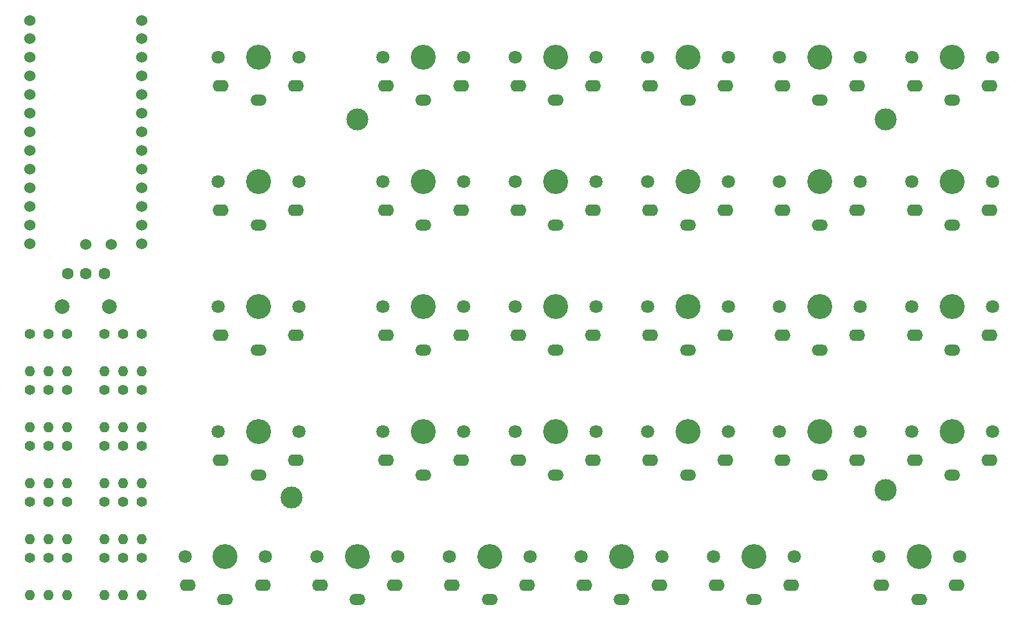
<source format=gbr>
%TF.GenerationSoftware,KiCad,Pcbnew,(5.1.9)-1*%
%TF.CreationDate,2022-03-08T16:30:03+11:00*%
%TF.ProjectId,fuse,66757365-2e6b-4696-9361-645f70636258,rev?*%
%TF.SameCoordinates,Original*%
%TF.FileFunction,Soldermask,Bot*%
%TF.FilePolarity,Negative*%
%FSLAX46Y46*%
G04 Gerber Fmt 4.6, Leading zero omitted, Abs format (unit mm)*
G04 Created by KiCad (PCBNEW (5.1.9)-1) date 2022-03-08 16:30:03*
%MOMM*%
%LPD*%
G01*
G04 APERTURE LIST*
%ADD10C,3.000000*%
%ADD11O,2.200000X1.600000*%
%ADD12C,3.400000*%
%ADD13C,1.800000*%
%ADD14O,2.200000X1.500000*%
%ADD15O,1.400000X1.400000*%
%ADD16C,1.400000*%
%ADD17C,2.000000*%
%ADD18C,1.524000*%
%ADD19C,1.600000*%
G04 APERTURE END LIST*
D10*
%TO.C,REF\u002A\u002A*%
X67000000Y-88000000D03*
%TD*%
%TO.C,REF\u002A\u002A*%
X148000000Y-87000000D03*
%TD*%
%TO.C,REF\u002A\u002A*%
X148000000Y-36500000D03*
%TD*%
%TO.C,REF\u002A\u002A*%
X76000000Y-36500000D03*
%TD*%
D11*
%TO.C,SW42*%
X99100000Y-99900000D03*
X88900000Y-99900000D03*
D12*
X94000000Y-96000000D03*
D13*
X88500000Y-96000000D03*
X99500000Y-96000000D03*
D14*
X94000000Y-101900000D03*
%TD*%
D11*
%TO.C,SW22*%
X108100000Y-65900000D03*
X97900000Y-65900000D03*
D12*
X103000000Y-62000000D03*
D13*
X97500000Y-62000000D03*
X108500000Y-62000000D03*
D14*
X103000000Y-67900000D03*
%TD*%
D11*
%TO.C,SW23*%
X126100000Y-65900000D03*
X115900000Y-65900000D03*
D12*
X121000000Y-62000000D03*
D13*
X115500000Y-62000000D03*
X126500000Y-62000000D03*
D14*
X121000000Y-67900000D03*
%TD*%
D11*
%TO.C,SW24*%
X144100000Y-65900000D03*
X133900000Y-65900000D03*
D12*
X139000000Y-62000000D03*
D13*
X133500000Y-62000000D03*
X144500000Y-62000000D03*
D14*
X139000000Y-67900000D03*
%TD*%
D11*
%TO.C,SW31*%
X90100000Y-82900000D03*
X79900000Y-82900000D03*
D12*
X85000000Y-79000000D03*
D13*
X79500000Y-79000000D03*
X90500000Y-79000000D03*
D14*
X85000000Y-84900000D03*
%TD*%
D11*
%TO.C,SW21*%
X90100000Y-65900000D03*
X79900000Y-65900000D03*
D12*
X85000000Y-62000000D03*
D13*
X79500000Y-62000000D03*
X90500000Y-62000000D03*
D14*
X85000000Y-67900000D03*
%TD*%
D11*
%TO.C,SW10*%
X67600000Y-48900000D03*
X57400000Y-48900000D03*
D12*
X62500000Y-45000000D03*
D13*
X57000000Y-45000000D03*
X68000000Y-45000000D03*
D14*
X62500000Y-50900000D03*
%TD*%
D11*
%TO.C,SW13*%
X126100000Y-48900000D03*
X115900000Y-48900000D03*
D12*
X121000000Y-45000000D03*
D13*
X115500000Y-45000000D03*
X126500000Y-45000000D03*
D14*
X121000000Y-50900000D03*
%TD*%
D15*
%TO.C,D0*%
X31361000Y-70755000D03*
D16*
X31361000Y-65675000D03*
%TD*%
D15*
%TO.C,D1*%
X33901000Y-70755000D03*
D16*
X33901000Y-65675000D03*
%TD*%
D15*
%TO.C,D2*%
X36441000Y-70755000D03*
D16*
X36441000Y-65675000D03*
%TD*%
D15*
%TO.C,D3*%
X41521000Y-70755000D03*
D16*
X41521000Y-65675000D03*
%TD*%
D15*
%TO.C,D4*%
X44061000Y-70755000D03*
D16*
X44061000Y-65675000D03*
%TD*%
D15*
%TO.C,D5*%
X46601000Y-70755000D03*
D16*
X46601000Y-65675000D03*
%TD*%
D15*
%TO.C,D10*%
X31361000Y-78375000D03*
D16*
X31361000Y-73295000D03*
%TD*%
D15*
%TO.C,D11*%
X33901000Y-78375000D03*
D16*
X33901000Y-73295000D03*
%TD*%
D15*
%TO.C,D12*%
X36441000Y-78375000D03*
D16*
X36441000Y-73295000D03*
%TD*%
D15*
%TO.C,D13*%
X41521000Y-78375000D03*
D16*
X41521000Y-73295000D03*
%TD*%
D15*
%TO.C,D14*%
X44061000Y-78375000D03*
D16*
X44061000Y-73295000D03*
%TD*%
D15*
%TO.C,D15*%
X46601000Y-78375000D03*
D16*
X46601000Y-73295000D03*
%TD*%
D15*
%TO.C,D20*%
X31361000Y-85995000D03*
D16*
X31361000Y-80915000D03*
%TD*%
D15*
%TO.C,D21*%
X33901000Y-85995000D03*
D16*
X33901000Y-80915000D03*
%TD*%
D15*
%TO.C,D22*%
X36441000Y-85995000D03*
D16*
X36441000Y-80915000D03*
%TD*%
D15*
%TO.C,D23*%
X41521000Y-85995000D03*
D16*
X41521000Y-80915000D03*
%TD*%
D15*
%TO.C,D24*%
X44061000Y-85995000D03*
D16*
X44061000Y-80915000D03*
%TD*%
D15*
%TO.C,D25*%
X46601000Y-85995000D03*
D16*
X46601000Y-80915000D03*
%TD*%
D15*
%TO.C,D30*%
X31361000Y-93615000D03*
D16*
X31361000Y-88535000D03*
%TD*%
D15*
%TO.C,D31*%
X33901000Y-93615000D03*
D16*
X33901000Y-88535000D03*
%TD*%
D15*
%TO.C,D32*%
X36441000Y-93615000D03*
D16*
X36441000Y-88535000D03*
%TD*%
D15*
%TO.C,D33*%
X41521000Y-93615000D03*
D16*
X41521000Y-88535000D03*
%TD*%
D15*
%TO.C,D34*%
X44061000Y-93615000D03*
D16*
X44061000Y-88535000D03*
%TD*%
D15*
%TO.C,D35*%
X46601000Y-93615000D03*
D16*
X46601000Y-88535000D03*
%TD*%
D15*
%TO.C,D40*%
X46601000Y-101235000D03*
D16*
X46601000Y-96155000D03*
%TD*%
D15*
%TO.C,D41*%
X44061000Y-101235000D03*
D16*
X44061000Y-96155000D03*
%TD*%
D15*
%TO.C,D42*%
X41521000Y-101235000D03*
D16*
X41521000Y-96155000D03*
%TD*%
D15*
%TO.C,D43*%
X36441000Y-101235000D03*
D16*
X36441000Y-96155000D03*
%TD*%
D15*
%TO.C,D44*%
X33901000Y-101235000D03*
D16*
X33901000Y-96155000D03*
%TD*%
D15*
%TO.C,D45*%
X31361000Y-101235000D03*
D16*
X31361000Y-96155000D03*
%TD*%
D17*
%TO.C,Reset1*%
X35750000Y-62000000D03*
X42250000Y-62000000D03*
%TD*%
D18*
%TO.C,U1*%
X46611400Y-25522000D03*
X46611400Y-28062000D03*
X46611400Y-30602000D03*
X46611400Y-33142000D03*
X46611400Y-35682000D03*
X46611400Y-38222000D03*
X46611400Y-40762000D03*
X46611400Y-43302000D03*
X46611400Y-45842000D03*
X46611400Y-48382000D03*
X46611400Y-50922000D03*
X46611400Y-53462000D03*
X31391400Y-53462000D03*
X31391400Y-50922000D03*
X31391400Y-48382000D03*
X31391400Y-45842000D03*
X31391400Y-43302000D03*
X31391400Y-40762000D03*
X31391400Y-38222000D03*
X31391400Y-35682000D03*
X31391400Y-33142000D03*
X31391400Y-30602000D03*
X31391400Y-28062000D03*
X31391400Y-25522000D03*
X31391400Y-23022000D03*
X46611400Y-23022000D03*
%TD*%
D11*
%TO.C,SW0*%
X67600000Y-31900000D03*
X57400000Y-31900000D03*
D12*
X62500000Y-28000000D03*
D13*
X57000000Y-28000000D03*
X68000000Y-28000000D03*
D14*
X62500000Y-33900000D03*
%TD*%
D11*
%TO.C,SW1*%
X90100000Y-31900000D03*
X79900000Y-31900000D03*
D12*
X85000000Y-28000000D03*
D13*
X79500000Y-28000000D03*
X90500000Y-28000000D03*
D14*
X85000000Y-33900000D03*
%TD*%
D11*
%TO.C,SW2*%
X108100000Y-31900000D03*
X97900000Y-31900000D03*
D12*
X103000000Y-28000000D03*
D13*
X97500000Y-28000000D03*
X108500000Y-28000000D03*
D14*
X103000000Y-33900000D03*
%TD*%
D11*
%TO.C,SW3*%
X126100000Y-31900000D03*
X115900000Y-31900000D03*
D12*
X121000000Y-28000000D03*
D13*
X115500000Y-28000000D03*
X126500000Y-28000000D03*
D14*
X121000000Y-33900000D03*
%TD*%
D11*
%TO.C,SW4*%
X144100000Y-31900000D03*
X133900000Y-31900000D03*
D12*
X139000000Y-28000000D03*
D13*
X133500000Y-28000000D03*
X144500000Y-28000000D03*
D14*
X139000000Y-33900000D03*
%TD*%
D11*
%TO.C,SW5*%
X162100000Y-31900000D03*
X151900000Y-31900000D03*
D12*
X157000000Y-28000000D03*
D13*
X151500000Y-28000000D03*
X162500000Y-28000000D03*
D14*
X157000000Y-33900000D03*
%TD*%
D11*
%TO.C,SW11*%
X90100000Y-48900000D03*
X79900000Y-48900000D03*
D12*
X85000000Y-45000000D03*
D13*
X79500000Y-45000000D03*
X90500000Y-45000000D03*
D14*
X85000000Y-50900000D03*
%TD*%
D11*
%TO.C,SW12*%
X108100000Y-48900000D03*
X97900000Y-48900000D03*
D12*
X103000000Y-45000000D03*
D13*
X97500000Y-45000000D03*
X108500000Y-45000000D03*
D14*
X103000000Y-50900000D03*
%TD*%
D11*
%TO.C,SW14*%
X144100000Y-48900000D03*
X133900000Y-48900000D03*
D12*
X139000000Y-45000000D03*
D13*
X133500000Y-45000000D03*
X144500000Y-45000000D03*
D14*
X139000000Y-50900000D03*
%TD*%
D11*
%TO.C,SW15*%
X162100000Y-48900000D03*
X151900000Y-48900000D03*
D12*
X157000000Y-45000000D03*
D13*
X151500000Y-45000000D03*
X162500000Y-45000000D03*
D14*
X157000000Y-50900000D03*
%TD*%
D11*
%TO.C,SW20*%
X67600000Y-65900000D03*
X57400000Y-65900000D03*
D12*
X62500000Y-62000000D03*
D13*
X57000000Y-62000000D03*
X68000000Y-62000000D03*
D14*
X62500000Y-67900000D03*
%TD*%
D11*
%TO.C,SW25*%
X162100000Y-65900000D03*
X151900000Y-65900000D03*
D12*
X157000000Y-62000000D03*
D13*
X151500000Y-62000000D03*
X162500000Y-62000000D03*
D14*
X157000000Y-67900000D03*
%TD*%
D11*
%TO.C,SW30*%
X67600000Y-82900000D03*
X57400000Y-82900000D03*
D12*
X62500000Y-79000000D03*
D13*
X57000000Y-79000000D03*
X68000000Y-79000000D03*
D14*
X62500000Y-84900000D03*
%TD*%
D11*
%TO.C,SW32*%
X108100000Y-82900000D03*
X97900000Y-82900000D03*
D12*
X103000000Y-79000000D03*
D13*
X97500000Y-79000000D03*
X108500000Y-79000000D03*
D14*
X103000000Y-84900000D03*
%TD*%
D11*
%TO.C,SW33*%
X126100000Y-82900000D03*
X115900000Y-82900000D03*
D12*
X121000000Y-79000000D03*
D13*
X115500000Y-79000000D03*
X126500000Y-79000000D03*
D14*
X121000000Y-84900000D03*
%TD*%
D11*
%TO.C,SW34*%
X144100000Y-82900000D03*
X133900000Y-82900000D03*
D12*
X139000000Y-79000000D03*
D13*
X133500000Y-79000000D03*
X144500000Y-79000000D03*
D14*
X139000000Y-84900000D03*
%TD*%
D11*
%TO.C,SW35*%
X162100000Y-82900000D03*
X151900000Y-82900000D03*
D12*
X157000000Y-79000000D03*
D13*
X151500000Y-79000000D03*
X162500000Y-79000000D03*
D14*
X157000000Y-84900000D03*
%TD*%
D11*
%TO.C,SW40*%
X63100000Y-99900000D03*
X52900000Y-99900000D03*
D12*
X58000000Y-96000000D03*
D13*
X52500000Y-96000000D03*
X63500000Y-96000000D03*
D14*
X58000000Y-101900000D03*
%TD*%
D11*
%TO.C,SW41*%
X81100000Y-99900000D03*
X70900000Y-99900000D03*
D12*
X76000000Y-96000000D03*
D13*
X70500000Y-96000000D03*
X81500000Y-96000000D03*
D14*
X76000000Y-101900000D03*
%TD*%
D11*
%TO.C,SW43*%
X117100000Y-99900000D03*
X106900000Y-99900000D03*
D12*
X112000000Y-96000000D03*
D13*
X106500000Y-96000000D03*
X117500000Y-96000000D03*
D14*
X112000000Y-101900000D03*
%TD*%
D11*
%TO.C,SW44*%
X135100000Y-99900000D03*
X124900000Y-99900000D03*
D12*
X130000000Y-96000000D03*
D13*
X124500000Y-96000000D03*
X135500000Y-96000000D03*
D14*
X130000000Y-101900000D03*
%TD*%
D11*
%TO.C,SW45*%
X157600000Y-99900000D03*
X147400000Y-99900000D03*
D12*
X152500000Y-96000000D03*
D13*
X147000000Y-96000000D03*
X158000000Y-96000000D03*
D14*
X152500000Y-101900000D03*
%TD*%
D19*
%TO.C,Power1*%
X36500000Y-57500000D03*
X39000000Y-57500000D03*
X41500000Y-57500000D03*
%TD*%
D18*
%TO.C,U3*%
X39000000Y-53500000D03*
%TD*%
%TO.C,U4*%
X42500000Y-53500000D03*
%TD*%
M02*

</source>
